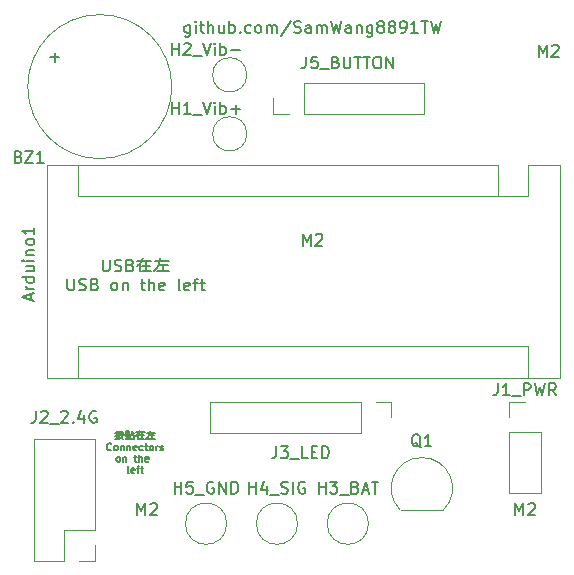
<source format=gbr>
%TF.GenerationSoftware,KiCad,Pcbnew,(6.0.6-0)*%
%TF.CreationDate,2022-07-04T00:10:09+08:00*%
%TF.ProjectId,test,74657374-2e6b-4696-9361-645f70636258,rev?*%
%TF.SameCoordinates,Original*%
%TF.FileFunction,Legend,Top*%
%TF.FilePolarity,Positive*%
%FSLAX46Y46*%
G04 Gerber Fmt 4.6, Leading zero omitted, Abs format (unit mm)*
G04 Created by KiCad (PCBNEW (6.0.6-0)) date 2022-07-04 00:10:09*
%MOMM*%
%LPD*%
G01*
G04 APERTURE LIST*
%ADD10C,0.150000*%
%ADD11C,0.120000*%
G04 APERTURE END LIST*
D10*
X132571428Y-116222428D02*
X133000000Y-116222428D01*
X132285714Y-116308142D02*
X132514285Y-116308142D01*
X132542857Y-116422428D02*
X133028571Y-116422428D01*
X132542857Y-116536714D02*
X133028571Y-116536714D01*
X132314285Y-116822428D02*
X132428571Y-116822428D01*
X132428571Y-116136714D02*
X132428571Y-116822428D01*
X132800000Y-116136714D02*
X132800000Y-116251000D01*
X132914285Y-116251000D02*
X132885714Y-116393857D01*
X132685714Y-116279571D02*
X132714285Y-116422428D01*
X132628571Y-116679571D01*
X133000000Y-116822428D01*
X132514285Y-116508142D02*
X132285714Y-116565285D01*
X132914285Y-116536714D02*
X132857142Y-116679571D01*
X132800000Y-116736714D01*
X132542857Y-116822428D01*
X133714285Y-116336714D02*
X133914285Y-116336714D01*
X133200000Y-116422428D02*
X133485714Y-116422428D01*
X133200000Y-116508142D02*
X133514285Y-116508142D01*
X133285714Y-116622428D02*
X133514285Y-116622428D01*
X133200000Y-116622428D02*
X133457142Y-116622428D01*
X133600000Y-116793857D02*
X133885714Y-116793857D01*
X133200000Y-116165285D02*
X133200000Y-116393857D01*
X133285714Y-116251000D02*
X133285714Y-116336714D01*
X133285714Y-116679571D02*
X133314285Y-116793857D01*
X133342857Y-116165285D02*
X133342857Y-116622428D01*
X133200000Y-116165285D02*
X133485714Y-116165285D01*
X133485714Y-116393857D01*
X133600000Y-116508142D02*
X133600000Y-116822428D01*
X133714285Y-116136714D02*
X133714285Y-116508142D01*
X133600000Y-116508142D02*
X133885714Y-116508142D01*
X133885714Y-116822428D01*
X133485714Y-116679571D02*
X133514285Y-116765285D01*
X133371428Y-116679571D02*
X133428571Y-116793857D01*
X133428571Y-116251000D02*
X133400000Y-116365285D01*
X133200000Y-116708142D02*
X133200000Y-116822428D01*
X134057142Y-116279571D02*
X134800000Y-116279571D01*
X134342857Y-116536714D02*
X134742857Y-116536714D01*
X134314285Y-116822428D02*
X134771428Y-116822428D01*
X134228571Y-116451000D02*
X134228571Y-116822428D01*
X134542857Y-116336714D02*
X134542857Y-116822428D01*
X134371428Y-116136714D02*
X134228571Y-116451000D01*
X134057142Y-116565285D01*
X134971428Y-116308142D02*
X135685714Y-116308142D01*
X135171428Y-116508142D02*
X135628571Y-116508142D01*
X135085714Y-116822428D02*
X135685714Y-116822428D01*
X135400000Y-116508142D02*
X135400000Y-116822428D01*
X135228571Y-116165285D02*
X135171428Y-116479571D01*
X135057142Y-116679571D01*
X134942857Y-116793857D01*
X131985714Y-117731285D02*
X131957142Y-117759857D01*
X131871428Y-117788428D01*
X131814285Y-117788428D01*
X131728571Y-117759857D01*
X131671428Y-117702714D01*
X131642857Y-117645571D01*
X131614285Y-117531285D01*
X131614285Y-117445571D01*
X131642857Y-117331285D01*
X131671428Y-117274142D01*
X131728571Y-117217000D01*
X131814285Y-117188428D01*
X131871428Y-117188428D01*
X131957142Y-117217000D01*
X131985714Y-117245571D01*
X132328571Y-117788428D02*
X132271428Y-117759857D01*
X132242857Y-117731285D01*
X132214285Y-117674142D01*
X132214285Y-117502714D01*
X132242857Y-117445571D01*
X132271428Y-117417000D01*
X132328571Y-117388428D01*
X132414285Y-117388428D01*
X132471428Y-117417000D01*
X132500000Y-117445571D01*
X132528571Y-117502714D01*
X132528571Y-117674142D01*
X132500000Y-117731285D01*
X132471428Y-117759857D01*
X132414285Y-117788428D01*
X132328571Y-117788428D01*
X132785714Y-117388428D02*
X132785714Y-117788428D01*
X132785714Y-117445571D02*
X132814285Y-117417000D01*
X132871428Y-117388428D01*
X132957142Y-117388428D01*
X133014285Y-117417000D01*
X133042857Y-117474142D01*
X133042857Y-117788428D01*
X133328571Y-117388428D02*
X133328571Y-117788428D01*
X133328571Y-117445571D02*
X133357142Y-117417000D01*
X133414285Y-117388428D01*
X133500000Y-117388428D01*
X133557142Y-117417000D01*
X133585714Y-117474142D01*
X133585714Y-117788428D01*
X134100000Y-117759857D02*
X134042857Y-117788428D01*
X133928571Y-117788428D01*
X133871428Y-117759857D01*
X133842857Y-117702714D01*
X133842857Y-117474142D01*
X133871428Y-117417000D01*
X133928571Y-117388428D01*
X134042857Y-117388428D01*
X134100000Y-117417000D01*
X134128571Y-117474142D01*
X134128571Y-117531285D01*
X133842857Y-117588428D01*
X134642857Y-117759857D02*
X134585714Y-117788428D01*
X134471428Y-117788428D01*
X134414285Y-117759857D01*
X134385714Y-117731285D01*
X134357142Y-117674142D01*
X134357142Y-117502714D01*
X134385714Y-117445571D01*
X134414285Y-117417000D01*
X134471428Y-117388428D01*
X134585714Y-117388428D01*
X134642857Y-117417000D01*
X134814285Y-117388428D02*
X135042857Y-117388428D01*
X134900000Y-117188428D02*
X134900000Y-117702714D01*
X134928571Y-117759857D01*
X134985714Y-117788428D01*
X135042857Y-117788428D01*
X135328571Y-117788428D02*
X135271428Y-117759857D01*
X135242857Y-117731285D01*
X135214285Y-117674142D01*
X135214285Y-117502714D01*
X135242857Y-117445571D01*
X135271428Y-117417000D01*
X135328571Y-117388428D01*
X135414285Y-117388428D01*
X135471428Y-117417000D01*
X135500000Y-117445571D01*
X135528571Y-117502714D01*
X135528571Y-117674142D01*
X135500000Y-117731285D01*
X135471428Y-117759857D01*
X135414285Y-117788428D01*
X135328571Y-117788428D01*
X135785714Y-117788428D02*
X135785714Y-117388428D01*
X135785714Y-117502714D02*
X135814285Y-117445571D01*
X135842857Y-117417000D01*
X135900000Y-117388428D01*
X135957142Y-117388428D01*
X136128571Y-117759857D02*
X136185714Y-117788428D01*
X136300000Y-117788428D01*
X136357142Y-117759857D01*
X136385714Y-117702714D01*
X136385714Y-117674142D01*
X136357142Y-117617000D01*
X136300000Y-117588428D01*
X136214285Y-117588428D01*
X136157142Y-117559857D01*
X136128571Y-117502714D01*
X136128571Y-117474142D01*
X136157142Y-117417000D01*
X136214285Y-117388428D01*
X136300000Y-117388428D01*
X136357142Y-117417000D01*
X132528571Y-118754428D02*
X132471428Y-118725857D01*
X132442857Y-118697285D01*
X132414285Y-118640142D01*
X132414285Y-118468714D01*
X132442857Y-118411571D01*
X132471428Y-118383000D01*
X132528571Y-118354428D01*
X132614285Y-118354428D01*
X132671428Y-118383000D01*
X132700000Y-118411571D01*
X132728571Y-118468714D01*
X132728571Y-118640142D01*
X132700000Y-118697285D01*
X132671428Y-118725857D01*
X132614285Y-118754428D01*
X132528571Y-118754428D01*
X132985714Y-118354428D02*
X132985714Y-118754428D01*
X132985714Y-118411571D02*
X133014285Y-118383000D01*
X133071428Y-118354428D01*
X133157142Y-118354428D01*
X133214285Y-118383000D01*
X133242857Y-118440142D01*
X133242857Y-118754428D01*
X133900000Y-118354428D02*
X134128571Y-118354428D01*
X133985714Y-118154428D02*
X133985714Y-118668714D01*
X134014285Y-118725857D01*
X134071428Y-118754428D01*
X134128571Y-118754428D01*
X134328571Y-118754428D02*
X134328571Y-118154428D01*
X134585714Y-118754428D02*
X134585714Y-118440142D01*
X134557142Y-118383000D01*
X134500000Y-118354428D01*
X134414285Y-118354428D01*
X134357142Y-118383000D01*
X134328571Y-118411571D01*
X135100000Y-118725857D02*
X135042857Y-118754428D01*
X134928571Y-118754428D01*
X134871428Y-118725857D01*
X134842857Y-118668714D01*
X134842857Y-118440142D01*
X134871428Y-118383000D01*
X134928571Y-118354428D01*
X135042857Y-118354428D01*
X135100000Y-118383000D01*
X135128571Y-118440142D01*
X135128571Y-118497285D01*
X134842857Y-118554428D01*
X133471428Y-119720428D02*
X133414285Y-119691857D01*
X133385714Y-119634714D01*
X133385714Y-119120428D01*
X133928571Y-119691857D02*
X133871428Y-119720428D01*
X133757142Y-119720428D01*
X133700000Y-119691857D01*
X133671428Y-119634714D01*
X133671428Y-119406142D01*
X133700000Y-119349000D01*
X133757142Y-119320428D01*
X133871428Y-119320428D01*
X133928571Y-119349000D01*
X133957142Y-119406142D01*
X133957142Y-119463285D01*
X133671428Y-119520428D01*
X134128571Y-119320428D02*
X134357142Y-119320428D01*
X134214285Y-119720428D02*
X134214285Y-119206142D01*
X134242857Y-119149000D01*
X134300000Y-119120428D01*
X134357142Y-119120428D01*
X134471428Y-119320428D02*
X134700000Y-119320428D01*
X134557142Y-119120428D02*
X134557142Y-119634714D01*
X134585714Y-119691857D01*
X134642857Y-119720428D01*
X134700000Y-119720428D01*
X131261904Y-101647380D02*
X131261904Y-102456904D01*
X131309523Y-102552142D01*
X131357142Y-102599761D01*
X131452380Y-102647380D01*
X131642857Y-102647380D01*
X131738095Y-102599761D01*
X131785714Y-102552142D01*
X131833333Y-102456904D01*
X131833333Y-101647380D01*
X132261904Y-102599761D02*
X132404761Y-102647380D01*
X132642857Y-102647380D01*
X132738095Y-102599761D01*
X132785714Y-102552142D01*
X132833333Y-102456904D01*
X132833333Y-102361666D01*
X132785714Y-102266428D01*
X132738095Y-102218809D01*
X132642857Y-102171190D01*
X132452380Y-102123571D01*
X132357142Y-102075952D01*
X132309523Y-102028333D01*
X132261904Y-101933095D01*
X132261904Y-101837857D01*
X132309523Y-101742619D01*
X132357142Y-101695000D01*
X132452380Y-101647380D01*
X132690476Y-101647380D01*
X132833333Y-101695000D01*
X133595238Y-102123571D02*
X133738095Y-102171190D01*
X133785714Y-102218809D01*
X133833333Y-102314047D01*
X133833333Y-102456904D01*
X133785714Y-102552142D01*
X133738095Y-102599761D01*
X133642857Y-102647380D01*
X133261904Y-102647380D01*
X133261904Y-101647380D01*
X133595238Y-101647380D01*
X133690476Y-101695000D01*
X133738095Y-101742619D01*
X133785714Y-101837857D01*
X133785714Y-101933095D01*
X133738095Y-102028333D01*
X133690476Y-102075952D01*
X133595238Y-102123571D01*
X133261904Y-102123571D01*
X134119047Y-101742619D02*
X135357142Y-101742619D01*
X134595238Y-102171190D02*
X135261904Y-102171190D01*
X134547619Y-102647380D02*
X135309523Y-102647380D01*
X134404761Y-102028333D02*
X134404761Y-102647380D01*
X134928571Y-101837857D02*
X134928571Y-102647380D01*
X134642857Y-101504523D02*
X134404761Y-102028333D01*
X134119047Y-102218809D01*
X135642857Y-101790238D02*
X136833333Y-101790238D01*
X135976190Y-102123571D02*
X136738095Y-102123571D01*
X135833333Y-102647380D02*
X136833333Y-102647380D01*
X136357142Y-102123571D02*
X136357142Y-102647380D01*
X136071428Y-101552142D02*
X135976190Y-102075952D01*
X135785714Y-102409285D01*
X135595238Y-102599761D01*
X128261904Y-103257380D02*
X128261904Y-104066904D01*
X128309523Y-104162142D01*
X128357142Y-104209761D01*
X128452380Y-104257380D01*
X128642857Y-104257380D01*
X128738095Y-104209761D01*
X128785714Y-104162142D01*
X128833333Y-104066904D01*
X128833333Y-103257380D01*
X129261904Y-104209761D02*
X129404761Y-104257380D01*
X129642857Y-104257380D01*
X129738095Y-104209761D01*
X129785714Y-104162142D01*
X129833333Y-104066904D01*
X129833333Y-103971666D01*
X129785714Y-103876428D01*
X129738095Y-103828809D01*
X129642857Y-103781190D01*
X129452380Y-103733571D01*
X129357142Y-103685952D01*
X129309523Y-103638333D01*
X129261904Y-103543095D01*
X129261904Y-103447857D01*
X129309523Y-103352619D01*
X129357142Y-103305000D01*
X129452380Y-103257380D01*
X129690476Y-103257380D01*
X129833333Y-103305000D01*
X130595238Y-103733571D02*
X130738095Y-103781190D01*
X130785714Y-103828809D01*
X130833333Y-103924047D01*
X130833333Y-104066904D01*
X130785714Y-104162142D01*
X130738095Y-104209761D01*
X130642857Y-104257380D01*
X130261904Y-104257380D01*
X130261904Y-103257380D01*
X130595238Y-103257380D01*
X130690476Y-103305000D01*
X130738095Y-103352619D01*
X130785714Y-103447857D01*
X130785714Y-103543095D01*
X130738095Y-103638333D01*
X130690476Y-103685952D01*
X130595238Y-103733571D01*
X130261904Y-103733571D01*
X132166666Y-104257380D02*
X132071428Y-104209761D01*
X132023809Y-104162142D01*
X131976190Y-104066904D01*
X131976190Y-103781190D01*
X132023809Y-103685952D01*
X132071428Y-103638333D01*
X132166666Y-103590714D01*
X132309523Y-103590714D01*
X132404761Y-103638333D01*
X132452380Y-103685952D01*
X132500000Y-103781190D01*
X132500000Y-104066904D01*
X132452380Y-104162142D01*
X132404761Y-104209761D01*
X132309523Y-104257380D01*
X132166666Y-104257380D01*
X132928571Y-103590714D02*
X132928571Y-104257380D01*
X132928571Y-103685952D02*
X132976190Y-103638333D01*
X133071428Y-103590714D01*
X133214285Y-103590714D01*
X133309523Y-103638333D01*
X133357142Y-103733571D01*
X133357142Y-104257380D01*
X134452380Y-103590714D02*
X134833333Y-103590714D01*
X134595238Y-103257380D02*
X134595238Y-104114523D01*
X134642857Y-104209761D01*
X134738095Y-104257380D01*
X134833333Y-104257380D01*
X135166666Y-104257380D02*
X135166666Y-103257380D01*
X135595238Y-104257380D02*
X135595238Y-103733571D01*
X135547619Y-103638333D01*
X135452380Y-103590714D01*
X135309523Y-103590714D01*
X135214285Y-103638333D01*
X135166666Y-103685952D01*
X136452380Y-104209761D02*
X136357142Y-104257380D01*
X136166666Y-104257380D01*
X136071428Y-104209761D01*
X136023809Y-104114523D01*
X136023809Y-103733571D01*
X136071428Y-103638333D01*
X136166666Y-103590714D01*
X136357142Y-103590714D01*
X136452380Y-103638333D01*
X136500000Y-103733571D01*
X136500000Y-103828809D01*
X136023809Y-103924047D01*
X137833333Y-104257380D02*
X137738095Y-104209761D01*
X137690476Y-104114523D01*
X137690476Y-103257380D01*
X138595238Y-104209761D02*
X138500000Y-104257380D01*
X138309523Y-104257380D01*
X138214285Y-104209761D01*
X138166666Y-104114523D01*
X138166666Y-103733571D01*
X138214285Y-103638333D01*
X138309523Y-103590714D01*
X138500000Y-103590714D01*
X138595238Y-103638333D01*
X138642857Y-103733571D01*
X138642857Y-103828809D01*
X138166666Y-103924047D01*
X138928571Y-103590714D02*
X139309523Y-103590714D01*
X139071428Y-104257380D02*
X139071428Y-103400238D01*
X139119047Y-103305000D01*
X139214285Y-103257380D01*
X139309523Y-103257380D01*
X139500000Y-103590714D02*
X139880952Y-103590714D01*
X139642857Y-103257380D02*
X139642857Y-104114523D01*
X139690476Y-104209761D01*
X139785714Y-104257380D01*
X139880952Y-104257380D01*
X138642857Y-81785714D02*
X138642857Y-82595238D01*
X138595238Y-82690476D01*
X138547619Y-82738095D01*
X138452380Y-82785714D01*
X138309523Y-82785714D01*
X138214285Y-82738095D01*
X138642857Y-82404761D02*
X138547619Y-82452380D01*
X138357142Y-82452380D01*
X138261904Y-82404761D01*
X138214285Y-82357142D01*
X138166666Y-82261904D01*
X138166666Y-81976190D01*
X138214285Y-81880952D01*
X138261904Y-81833333D01*
X138357142Y-81785714D01*
X138547619Y-81785714D01*
X138642857Y-81833333D01*
X139119047Y-82452380D02*
X139119047Y-81785714D01*
X139119047Y-81452380D02*
X139071428Y-81500000D01*
X139119047Y-81547619D01*
X139166666Y-81500000D01*
X139119047Y-81452380D01*
X139119047Y-81547619D01*
X139452380Y-81785714D02*
X139833333Y-81785714D01*
X139595238Y-81452380D02*
X139595238Y-82309523D01*
X139642857Y-82404761D01*
X139738095Y-82452380D01*
X139833333Y-82452380D01*
X140166666Y-82452380D02*
X140166666Y-81452380D01*
X140595238Y-82452380D02*
X140595238Y-81928571D01*
X140547619Y-81833333D01*
X140452380Y-81785714D01*
X140309523Y-81785714D01*
X140214285Y-81833333D01*
X140166666Y-81880952D01*
X141500000Y-81785714D02*
X141500000Y-82452380D01*
X141071428Y-81785714D02*
X141071428Y-82309523D01*
X141119047Y-82404761D01*
X141214285Y-82452380D01*
X141357142Y-82452380D01*
X141452380Y-82404761D01*
X141500000Y-82357142D01*
X141976190Y-82452380D02*
X141976190Y-81452380D01*
X141976190Y-81833333D02*
X142071428Y-81785714D01*
X142261904Y-81785714D01*
X142357142Y-81833333D01*
X142404761Y-81880952D01*
X142452380Y-81976190D01*
X142452380Y-82261904D01*
X142404761Y-82357142D01*
X142357142Y-82404761D01*
X142261904Y-82452380D01*
X142071428Y-82452380D01*
X141976190Y-82404761D01*
X142880952Y-82357142D02*
X142928571Y-82404761D01*
X142880952Y-82452380D01*
X142833333Y-82404761D01*
X142880952Y-82357142D01*
X142880952Y-82452380D01*
X143785714Y-82404761D02*
X143690476Y-82452380D01*
X143500000Y-82452380D01*
X143404761Y-82404761D01*
X143357142Y-82357142D01*
X143309523Y-82261904D01*
X143309523Y-81976190D01*
X143357142Y-81880952D01*
X143404761Y-81833333D01*
X143500000Y-81785714D01*
X143690476Y-81785714D01*
X143785714Y-81833333D01*
X144357142Y-82452380D02*
X144261904Y-82404761D01*
X144214285Y-82357142D01*
X144166666Y-82261904D01*
X144166666Y-81976190D01*
X144214285Y-81880952D01*
X144261904Y-81833333D01*
X144357142Y-81785714D01*
X144500000Y-81785714D01*
X144595238Y-81833333D01*
X144642857Y-81880952D01*
X144690476Y-81976190D01*
X144690476Y-82261904D01*
X144642857Y-82357142D01*
X144595238Y-82404761D01*
X144500000Y-82452380D01*
X144357142Y-82452380D01*
X145119047Y-82452380D02*
X145119047Y-81785714D01*
X145119047Y-81880952D02*
X145166666Y-81833333D01*
X145261904Y-81785714D01*
X145404761Y-81785714D01*
X145500000Y-81833333D01*
X145547619Y-81928571D01*
X145547619Y-82452380D01*
X145547619Y-81928571D02*
X145595238Y-81833333D01*
X145690476Y-81785714D01*
X145833333Y-81785714D01*
X145928571Y-81833333D01*
X145976190Y-81928571D01*
X145976190Y-82452380D01*
X147166666Y-81404761D02*
X146309523Y-82690476D01*
X147452380Y-82404761D02*
X147595238Y-82452380D01*
X147833333Y-82452380D01*
X147928571Y-82404761D01*
X147976190Y-82357142D01*
X148023809Y-82261904D01*
X148023809Y-82166666D01*
X147976190Y-82071428D01*
X147928571Y-82023809D01*
X147833333Y-81976190D01*
X147642857Y-81928571D01*
X147547619Y-81880952D01*
X147500000Y-81833333D01*
X147452380Y-81738095D01*
X147452380Y-81642857D01*
X147500000Y-81547619D01*
X147547619Y-81500000D01*
X147642857Y-81452380D01*
X147880952Y-81452380D01*
X148023809Y-81500000D01*
X148880952Y-82452380D02*
X148880952Y-81928571D01*
X148833333Y-81833333D01*
X148738095Y-81785714D01*
X148547619Y-81785714D01*
X148452380Y-81833333D01*
X148880952Y-82404761D02*
X148785714Y-82452380D01*
X148547619Y-82452380D01*
X148452380Y-82404761D01*
X148404761Y-82309523D01*
X148404761Y-82214285D01*
X148452380Y-82119047D01*
X148547619Y-82071428D01*
X148785714Y-82071428D01*
X148880952Y-82023809D01*
X149357142Y-82452380D02*
X149357142Y-81785714D01*
X149357142Y-81880952D02*
X149404761Y-81833333D01*
X149500000Y-81785714D01*
X149642857Y-81785714D01*
X149738095Y-81833333D01*
X149785714Y-81928571D01*
X149785714Y-82452380D01*
X149785714Y-81928571D02*
X149833333Y-81833333D01*
X149928571Y-81785714D01*
X150071428Y-81785714D01*
X150166666Y-81833333D01*
X150214285Y-81928571D01*
X150214285Y-82452380D01*
X150595238Y-81452380D02*
X150833333Y-82452380D01*
X151023809Y-81738095D01*
X151214285Y-82452380D01*
X151452380Y-81452380D01*
X152261904Y-82452380D02*
X152261904Y-81928571D01*
X152214285Y-81833333D01*
X152119047Y-81785714D01*
X151928571Y-81785714D01*
X151833333Y-81833333D01*
X152261904Y-82404761D02*
X152166666Y-82452380D01*
X151928571Y-82452380D01*
X151833333Y-82404761D01*
X151785714Y-82309523D01*
X151785714Y-82214285D01*
X151833333Y-82119047D01*
X151928571Y-82071428D01*
X152166666Y-82071428D01*
X152261904Y-82023809D01*
X152738095Y-81785714D02*
X152738095Y-82452380D01*
X152738095Y-81880952D02*
X152785714Y-81833333D01*
X152880952Y-81785714D01*
X153023809Y-81785714D01*
X153119047Y-81833333D01*
X153166666Y-81928571D01*
X153166666Y-82452380D01*
X154071428Y-81785714D02*
X154071428Y-82595238D01*
X154023809Y-82690476D01*
X153976190Y-82738095D01*
X153880952Y-82785714D01*
X153738095Y-82785714D01*
X153642857Y-82738095D01*
X154071428Y-82404761D02*
X153976190Y-82452380D01*
X153785714Y-82452380D01*
X153690476Y-82404761D01*
X153642857Y-82357142D01*
X153595238Y-82261904D01*
X153595238Y-81976190D01*
X153642857Y-81880952D01*
X153690476Y-81833333D01*
X153785714Y-81785714D01*
X153976190Y-81785714D01*
X154071428Y-81833333D01*
X154690476Y-81880952D02*
X154595238Y-81833333D01*
X154547619Y-81785714D01*
X154500000Y-81690476D01*
X154500000Y-81642857D01*
X154547619Y-81547619D01*
X154595238Y-81500000D01*
X154690476Y-81452380D01*
X154880952Y-81452380D01*
X154976190Y-81500000D01*
X155023809Y-81547619D01*
X155071428Y-81642857D01*
X155071428Y-81690476D01*
X155023809Y-81785714D01*
X154976190Y-81833333D01*
X154880952Y-81880952D01*
X154690476Y-81880952D01*
X154595238Y-81928571D01*
X154547619Y-81976190D01*
X154500000Y-82071428D01*
X154500000Y-82261904D01*
X154547619Y-82357142D01*
X154595238Y-82404761D01*
X154690476Y-82452380D01*
X154880952Y-82452380D01*
X154976190Y-82404761D01*
X155023809Y-82357142D01*
X155071428Y-82261904D01*
X155071428Y-82071428D01*
X155023809Y-81976190D01*
X154976190Y-81928571D01*
X154880952Y-81880952D01*
X155642857Y-81880952D02*
X155547619Y-81833333D01*
X155500000Y-81785714D01*
X155452380Y-81690476D01*
X155452380Y-81642857D01*
X155500000Y-81547619D01*
X155547619Y-81500000D01*
X155642857Y-81452380D01*
X155833333Y-81452380D01*
X155928571Y-81500000D01*
X155976190Y-81547619D01*
X156023809Y-81642857D01*
X156023809Y-81690476D01*
X155976190Y-81785714D01*
X155928571Y-81833333D01*
X155833333Y-81880952D01*
X155642857Y-81880952D01*
X155547619Y-81928571D01*
X155500000Y-81976190D01*
X155452380Y-82071428D01*
X155452380Y-82261904D01*
X155500000Y-82357142D01*
X155547619Y-82404761D01*
X155642857Y-82452380D01*
X155833333Y-82452380D01*
X155928571Y-82404761D01*
X155976190Y-82357142D01*
X156023809Y-82261904D01*
X156023809Y-82071428D01*
X155976190Y-81976190D01*
X155928571Y-81928571D01*
X155833333Y-81880952D01*
X156500000Y-82452380D02*
X156690476Y-82452380D01*
X156785714Y-82404761D01*
X156833333Y-82357142D01*
X156928571Y-82214285D01*
X156976190Y-82023809D01*
X156976190Y-81642857D01*
X156928571Y-81547619D01*
X156880952Y-81500000D01*
X156785714Y-81452380D01*
X156595238Y-81452380D01*
X156500000Y-81500000D01*
X156452380Y-81547619D01*
X156404761Y-81642857D01*
X156404761Y-81880952D01*
X156452380Y-81976190D01*
X156500000Y-82023809D01*
X156595238Y-82071428D01*
X156785714Y-82071428D01*
X156880952Y-82023809D01*
X156928571Y-81976190D01*
X156976190Y-81880952D01*
X157928571Y-82452380D02*
X157357142Y-82452380D01*
X157642857Y-82452380D02*
X157642857Y-81452380D01*
X157547619Y-81595238D01*
X157452380Y-81690476D01*
X157357142Y-81738095D01*
X158214285Y-81452380D02*
X158785714Y-81452380D01*
X158500000Y-82452380D02*
X158500000Y-81452380D01*
X159023809Y-81452380D02*
X159261904Y-82452380D01*
X159452380Y-81738095D01*
X159642857Y-82452380D01*
X159880952Y-81452380D01*
%TO.C,H1_Vib+*%
X137119047Y-89304380D02*
X137119047Y-88304380D01*
X137119047Y-88780571D02*
X137690476Y-88780571D01*
X137690476Y-89304380D02*
X137690476Y-88304380D01*
X138690476Y-89304380D02*
X138119047Y-89304380D01*
X138404761Y-89304380D02*
X138404761Y-88304380D01*
X138309523Y-88447238D01*
X138214285Y-88542476D01*
X138119047Y-88590095D01*
X138880952Y-89399619D02*
X139642857Y-89399619D01*
X139738095Y-88304380D02*
X140071428Y-89304380D01*
X140404761Y-88304380D01*
X140738095Y-89304380D02*
X140738095Y-88637714D01*
X140738095Y-88304380D02*
X140690476Y-88352000D01*
X140738095Y-88399619D01*
X140785714Y-88352000D01*
X140738095Y-88304380D01*
X140738095Y-88399619D01*
X141214285Y-89304380D02*
X141214285Y-88304380D01*
X141214285Y-88685333D02*
X141309523Y-88637714D01*
X141500000Y-88637714D01*
X141595238Y-88685333D01*
X141642857Y-88732952D01*
X141690476Y-88828190D01*
X141690476Y-89113904D01*
X141642857Y-89209142D01*
X141595238Y-89256761D01*
X141500000Y-89304380D01*
X141309523Y-89304380D01*
X141214285Y-89256761D01*
X142119047Y-88923428D02*
X142880952Y-88923428D01*
X142500000Y-89304380D02*
X142500000Y-88542476D01*
%TO.C,M2*%
X168190476Y-84452380D02*
X168190476Y-83452380D01*
X168523809Y-84166666D01*
X168857142Y-83452380D01*
X168857142Y-84452380D01*
X169285714Y-83547619D02*
X169333333Y-83500000D01*
X169428571Y-83452380D01*
X169666666Y-83452380D01*
X169761904Y-83500000D01*
X169809523Y-83547619D01*
X169857142Y-83642857D01*
X169857142Y-83738095D01*
X169809523Y-83880952D01*
X169238095Y-84452380D01*
X169857142Y-84452380D01*
%TO.C,Q1*%
X158174761Y-117547619D02*
X158079523Y-117500000D01*
X157984285Y-117404761D01*
X157841428Y-117261904D01*
X157746190Y-117214285D01*
X157650952Y-117214285D01*
X157698571Y-117452380D02*
X157603333Y-117404761D01*
X157508095Y-117309523D01*
X157460476Y-117119047D01*
X157460476Y-116785714D01*
X157508095Y-116595238D01*
X157603333Y-116500000D01*
X157698571Y-116452380D01*
X157889047Y-116452380D01*
X157984285Y-116500000D01*
X158079523Y-116595238D01*
X158127142Y-116785714D01*
X158127142Y-117119047D01*
X158079523Y-117309523D01*
X157984285Y-117404761D01*
X157889047Y-117452380D01*
X157698571Y-117452380D01*
X159079523Y-117452380D02*
X158508095Y-117452380D01*
X158793809Y-117452380D02*
X158793809Y-116452380D01*
X158698571Y-116595238D01*
X158603333Y-116690476D01*
X158508095Y-116738095D01*
%TO.C,J1_PWR*%
X164714285Y-112122380D02*
X164714285Y-112836666D01*
X164666666Y-112979523D01*
X164571428Y-113074761D01*
X164428571Y-113122380D01*
X164333333Y-113122380D01*
X165714285Y-113122380D02*
X165142857Y-113122380D01*
X165428571Y-113122380D02*
X165428571Y-112122380D01*
X165333333Y-112265238D01*
X165238095Y-112360476D01*
X165142857Y-112408095D01*
X165904761Y-113217619D02*
X166666666Y-113217619D01*
X166904761Y-113122380D02*
X166904761Y-112122380D01*
X167285714Y-112122380D01*
X167380952Y-112170000D01*
X167428571Y-112217619D01*
X167476190Y-112312857D01*
X167476190Y-112455714D01*
X167428571Y-112550952D01*
X167380952Y-112598571D01*
X167285714Y-112646190D01*
X166904761Y-112646190D01*
X167809523Y-112122380D02*
X168047619Y-113122380D01*
X168238095Y-112408095D01*
X168428571Y-113122380D01*
X168666666Y-112122380D01*
X169619047Y-113122380D02*
X169285714Y-112646190D01*
X169047619Y-113122380D02*
X169047619Y-112122380D01*
X169428571Y-112122380D01*
X169523809Y-112170000D01*
X169571428Y-112217619D01*
X169619047Y-112312857D01*
X169619047Y-112455714D01*
X169571428Y-112550952D01*
X169523809Y-112598571D01*
X169428571Y-112646190D01*
X169047619Y-112646190D01*
%TO.C,J2_2.4G*%
X125600238Y-114452380D02*
X125600238Y-115166666D01*
X125552619Y-115309523D01*
X125457380Y-115404761D01*
X125314523Y-115452380D01*
X125219285Y-115452380D01*
X126028809Y-114547619D02*
X126076428Y-114500000D01*
X126171666Y-114452380D01*
X126409761Y-114452380D01*
X126505000Y-114500000D01*
X126552619Y-114547619D01*
X126600238Y-114642857D01*
X126600238Y-114738095D01*
X126552619Y-114880952D01*
X125981190Y-115452380D01*
X126600238Y-115452380D01*
X126790714Y-115547619D02*
X127552619Y-115547619D01*
X127743095Y-114547619D02*
X127790714Y-114500000D01*
X127885952Y-114452380D01*
X128124047Y-114452380D01*
X128219285Y-114500000D01*
X128266904Y-114547619D01*
X128314523Y-114642857D01*
X128314523Y-114738095D01*
X128266904Y-114880952D01*
X127695476Y-115452380D01*
X128314523Y-115452380D01*
X128743095Y-115357142D02*
X128790714Y-115404761D01*
X128743095Y-115452380D01*
X128695476Y-115404761D01*
X128743095Y-115357142D01*
X128743095Y-115452380D01*
X129647857Y-114785714D02*
X129647857Y-115452380D01*
X129409761Y-114404761D02*
X129171666Y-115119047D01*
X129790714Y-115119047D01*
X130695476Y-114500000D02*
X130600238Y-114452380D01*
X130457380Y-114452380D01*
X130314523Y-114500000D01*
X130219285Y-114595238D01*
X130171666Y-114690476D01*
X130124047Y-114880952D01*
X130124047Y-115023809D01*
X130171666Y-115214285D01*
X130219285Y-115309523D01*
X130314523Y-115404761D01*
X130457380Y-115452380D01*
X130552619Y-115452380D01*
X130695476Y-115404761D01*
X130743095Y-115357142D01*
X130743095Y-115023809D01*
X130552619Y-115023809D01*
%TO.C,Arduino1*%
X125166666Y-105071428D02*
X125166666Y-104595238D01*
X125452380Y-105166666D02*
X124452380Y-104833333D01*
X125452380Y-104500000D01*
X125452380Y-104166666D02*
X124785714Y-104166666D01*
X124976190Y-104166666D02*
X124880952Y-104119047D01*
X124833333Y-104071428D01*
X124785714Y-103976190D01*
X124785714Y-103880952D01*
X125452380Y-103119047D02*
X124452380Y-103119047D01*
X125404761Y-103119047D02*
X125452380Y-103214285D01*
X125452380Y-103404761D01*
X125404761Y-103500000D01*
X125357142Y-103547619D01*
X125261904Y-103595238D01*
X124976190Y-103595238D01*
X124880952Y-103547619D01*
X124833333Y-103500000D01*
X124785714Y-103404761D01*
X124785714Y-103214285D01*
X124833333Y-103119047D01*
X124785714Y-102214285D02*
X125452380Y-102214285D01*
X124785714Y-102642857D02*
X125309523Y-102642857D01*
X125404761Y-102595238D01*
X125452380Y-102500000D01*
X125452380Y-102357142D01*
X125404761Y-102261904D01*
X125357142Y-102214285D01*
X125452380Y-101738095D02*
X124785714Y-101738095D01*
X124452380Y-101738095D02*
X124500000Y-101785714D01*
X124547619Y-101738095D01*
X124500000Y-101690476D01*
X124452380Y-101738095D01*
X124547619Y-101738095D01*
X124785714Y-101261904D02*
X125452380Y-101261904D01*
X124880952Y-101261904D02*
X124833333Y-101214285D01*
X124785714Y-101119047D01*
X124785714Y-100976190D01*
X124833333Y-100880952D01*
X124928571Y-100833333D01*
X125452380Y-100833333D01*
X125452380Y-100214285D02*
X125404761Y-100309523D01*
X125357142Y-100357142D01*
X125261904Y-100404761D01*
X124976190Y-100404761D01*
X124880952Y-100357142D01*
X124833333Y-100309523D01*
X124785714Y-100214285D01*
X124785714Y-100071428D01*
X124833333Y-99976190D01*
X124880952Y-99928571D01*
X124976190Y-99880952D01*
X125261904Y-99880952D01*
X125357142Y-99928571D01*
X125404761Y-99976190D01*
X125452380Y-100071428D01*
X125452380Y-100214285D01*
X125452380Y-98928571D02*
X125452380Y-99500000D01*
X125452380Y-99214285D02*
X124452380Y-99214285D01*
X124595238Y-99309523D01*
X124690476Y-99404761D01*
X124738095Y-99500000D01*
%TO.C,BZ1*%
X124119047Y-92928571D02*
X124261904Y-92976190D01*
X124309523Y-93023809D01*
X124357142Y-93119047D01*
X124357142Y-93261904D01*
X124309523Y-93357142D01*
X124261904Y-93404761D01*
X124166666Y-93452380D01*
X123785714Y-93452380D01*
X123785714Y-92452380D01*
X124119047Y-92452380D01*
X124214285Y-92500000D01*
X124261904Y-92547619D01*
X124309523Y-92642857D01*
X124309523Y-92738095D01*
X124261904Y-92833333D01*
X124214285Y-92880952D01*
X124119047Y-92928571D01*
X123785714Y-92928571D01*
X124690476Y-92452380D02*
X125357142Y-92452380D01*
X124690476Y-93452380D01*
X125357142Y-93452380D01*
X126261904Y-93452380D02*
X125690476Y-93452380D01*
X125976190Y-93452380D02*
X125976190Y-92452380D01*
X125880952Y-92595238D01*
X125785714Y-92690476D01*
X125690476Y-92738095D01*
X126809047Y-84531428D02*
X127570952Y-84531428D01*
X127190000Y-84912380D02*
X127190000Y-84150476D01*
%TO.C,M2*%
X166190476Y-123252380D02*
X166190476Y-122252380D01*
X166523809Y-122966666D01*
X166857142Y-122252380D01*
X166857142Y-123252380D01*
X167285714Y-122347619D02*
X167333333Y-122300000D01*
X167428571Y-122252380D01*
X167666666Y-122252380D01*
X167761904Y-122300000D01*
X167809523Y-122347619D01*
X167857142Y-122442857D01*
X167857142Y-122538095D01*
X167809523Y-122680952D01*
X167238095Y-123252380D01*
X167857142Y-123252380D01*
%TO.C,H4_SIG*%
X143642857Y-121452380D02*
X143642857Y-120452380D01*
X143642857Y-120928571D02*
X144214285Y-120928571D01*
X144214285Y-121452380D02*
X144214285Y-120452380D01*
X145119047Y-120785714D02*
X145119047Y-121452380D01*
X144880952Y-120404761D02*
X144642857Y-121119047D01*
X145261904Y-121119047D01*
X145404761Y-121547619D02*
X146166666Y-121547619D01*
X146357142Y-121404761D02*
X146500000Y-121452380D01*
X146738095Y-121452380D01*
X146833333Y-121404761D01*
X146880952Y-121357142D01*
X146928571Y-121261904D01*
X146928571Y-121166666D01*
X146880952Y-121071428D01*
X146833333Y-121023809D01*
X146738095Y-120976190D01*
X146547619Y-120928571D01*
X146452380Y-120880952D01*
X146404761Y-120833333D01*
X146357142Y-120738095D01*
X146357142Y-120642857D01*
X146404761Y-120547619D01*
X146452380Y-120500000D01*
X146547619Y-120452380D01*
X146785714Y-120452380D01*
X146928571Y-120500000D01*
X147357142Y-121452380D02*
X147357142Y-120452380D01*
X148357142Y-120500000D02*
X148261904Y-120452380D01*
X148119047Y-120452380D01*
X147976190Y-120500000D01*
X147880952Y-120595238D01*
X147833333Y-120690476D01*
X147785714Y-120880952D01*
X147785714Y-121023809D01*
X147833333Y-121214285D01*
X147880952Y-121309523D01*
X147976190Y-121404761D01*
X148119047Y-121452380D01*
X148214285Y-121452380D01*
X148357142Y-121404761D01*
X148404761Y-121357142D01*
X148404761Y-121023809D01*
X148214285Y-121023809D01*
%TO.C,J3_LED*%
X145928571Y-117452380D02*
X145928571Y-118166666D01*
X145880952Y-118309523D01*
X145785714Y-118404761D01*
X145642857Y-118452380D01*
X145547619Y-118452380D01*
X146309523Y-117452380D02*
X146928571Y-117452380D01*
X146595238Y-117833333D01*
X146738095Y-117833333D01*
X146833333Y-117880952D01*
X146880952Y-117928571D01*
X146928571Y-118023809D01*
X146928571Y-118261904D01*
X146880952Y-118357142D01*
X146833333Y-118404761D01*
X146738095Y-118452380D01*
X146452380Y-118452380D01*
X146357142Y-118404761D01*
X146309523Y-118357142D01*
X147119047Y-118547619D02*
X147880952Y-118547619D01*
X148595238Y-118452380D02*
X148119047Y-118452380D01*
X148119047Y-117452380D01*
X148928571Y-117928571D02*
X149261904Y-117928571D01*
X149404761Y-118452380D02*
X148928571Y-118452380D01*
X148928571Y-117452380D01*
X149404761Y-117452380D01*
X149833333Y-118452380D02*
X149833333Y-117452380D01*
X150071428Y-117452380D01*
X150214285Y-117500000D01*
X150309523Y-117595238D01*
X150357142Y-117690476D01*
X150404761Y-117880952D01*
X150404761Y-118023809D01*
X150357142Y-118214285D01*
X150309523Y-118309523D01*
X150214285Y-118404761D01*
X150071428Y-118452380D01*
X149833333Y-118452380D01*
%TO.C,H3_BAT*%
X149547619Y-121452380D02*
X149547619Y-120452380D01*
X149547619Y-120928571D02*
X150119047Y-120928571D01*
X150119047Y-121452380D02*
X150119047Y-120452380D01*
X150500000Y-120452380D02*
X151119047Y-120452380D01*
X150785714Y-120833333D01*
X150928571Y-120833333D01*
X151023809Y-120880952D01*
X151071428Y-120928571D01*
X151119047Y-121023809D01*
X151119047Y-121261904D01*
X151071428Y-121357142D01*
X151023809Y-121404761D01*
X150928571Y-121452380D01*
X150642857Y-121452380D01*
X150547619Y-121404761D01*
X150500000Y-121357142D01*
X151309523Y-121547619D02*
X152071428Y-121547619D01*
X152642857Y-120928571D02*
X152785714Y-120976190D01*
X152833333Y-121023809D01*
X152880952Y-121119047D01*
X152880952Y-121261904D01*
X152833333Y-121357142D01*
X152785714Y-121404761D01*
X152690476Y-121452380D01*
X152309523Y-121452380D01*
X152309523Y-120452380D01*
X152642857Y-120452380D01*
X152738095Y-120500000D01*
X152785714Y-120547619D01*
X152833333Y-120642857D01*
X152833333Y-120738095D01*
X152785714Y-120833333D01*
X152738095Y-120880952D01*
X152642857Y-120928571D01*
X152309523Y-120928571D01*
X153261904Y-121166666D02*
X153738095Y-121166666D01*
X153166666Y-121452380D02*
X153500000Y-120452380D01*
X153833333Y-121452380D01*
X154023809Y-120452380D02*
X154595238Y-120452380D01*
X154309523Y-121452380D02*
X154309523Y-120452380D01*
%TO.C,M2*%
X134190476Y-123252380D02*
X134190476Y-122252380D01*
X134523809Y-122966666D01*
X134857142Y-122252380D01*
X134857142Y-123252380D01*
X135285714Y-122347619D02*
X135333333Y-122300000D01*
X135428571Y-122252380D01*
X135666666Y-122252380D01*
X135761904Y-122300000D01*
X135809523Y-122347619D01*
X135857142Y-122442857D01*
X135857142Y-122538095D01*
X135809523Y-122680952D01*
X135238095Y-123252380D01*
X135857142Y-123252380D01*
%TO.C,H2_Vib-*%
X137119047Y-84304380D02*
X137119047Y-83304380D01*
X137119047Y-83780571D02*
X137690476Y-83780571D01*
X137690476Y-84304380D02*
X137690476Y-83304380D01*
X138119047Y-83399619D02*
X138166666Y-83352000D01*
X138261904Y-83304380D01*
X138500000Y-83304380D01*
X138595238Y-83352000D01*
X138642857Y-83399619D01*
X138690476Y-83494857D01*
X138690476Y-83590095D01*
X138642857Y-83732952D01*
X138071428Y-84304380D01*
X138690476Y-84304380D01*
X138880952Y-84399619D02*
X139642857Y-84399619D01*
X139738095Y-83304380D02*
X140071428Y-84304380D01*
X140404761Y-83304380D01*
X140738095Y-84304380D02*
X140738095Y-83637714D01*
X140738095Y-83304380D02*
X140690476Y-83352000D01*
X140738095Y-83399619D01*
X140785714Y-83352000D01*
X140738095Y-83304380D01*
X140738095Y-83399619D01*
X141214285Y-84304380D02*
X141214285Y-83304380D01*
X141214285Y-83685333D02*
X141309523Y-83637714D01*
X141500000Y-83637714D01*
X141595238Y-83685333D01*
X141642857Y-83732952D01*
X141690476Y-83828190D01*
X141690476Y-84113904D01*
X141642857Y-84209142D01*
X141595238Y-84256761D01*
X141500000Y-84304380D01*
X141309523Y-84304380D01*
X141214285Y-84256761D01*
X142119047Y-83923428D02*
X142880952Y-83923428D01*
%TO.C,J5_BUTTON*%
X148452380Y-84452380D02*
X148452380Y-85166666D01*
X148404761Y-85309523D01*
X148309523Y-85404761D01*
X148166666Y-85452380D01*
X148071428Y-85452380D01*
X149404761Y-84452380D02*
X148928571Y-84452380D01*
X148880952Y-84928571D01*
X148928571Y-84880952D01*
X149023809Y-84833333D01*
X149261904Y-84833333D01*
X149357142Y-84880952D01*
X149404761Y-84928571D01*
X149452380Y-85023809D01*
X149452380Y-85261904D01*
X149404761Y-85357142D01*
X149357142Y-85404761D01*
X149261904Y-85452380D01*
X149023809Y-85452380D01*
X148928571Y-85404761D01*
X148880952Y-85357142D01*
X149642857Y-85547619D02*
X150404761Y-85547619D01*
X150976190Y-84928571D02*
X151119047Y-84976190D01*
X151166666Y-85023809D01*
X151214285Y-85119047D01*
X151214285Y-85261904D01*
X151166666Y-85357142D01*
X151119047Y-85404761D01*
X151023809Y-85452380D01*
X150642857Y-85452380D01*
X150642857Y-84452380D01*
X150976190Y-84452380D01*
X151071428Y-84500000D01*
X151119047Y-84547619D01*
X151166666Y-84642857D01*
X151166666Y-84738095D01*
X151119047Y-84833333D01*
X151071428Y-84880952D01*
X150976190Y-84928571D01*
X150642857Y-84928571D01*
X151642857Y-84452380D02*
X151642857Y-85261904D01*
X151690476Y-85357142D01*
X151738095Y-85404761D01*
X151833333Y-85452380D01*
X152023809Y-85452380D01*
X152119047Y-85404761D01*
X152166666Y-85357142D01*
X152214285Y-85261904D01*
X152214285Y-84452380D01*
X152547619Y-84452380D02*
X153119047Y-84452380D01*
X152833333Y-85452380D02*
X152833333Y-84452380D01*
X153309523Y-84452380D02*
X153880952Y-84452380D01*
X153595238Y-85452380D02*
X153595238Y-84452380D01*
X154404761Y-84452380D02*
X154595238Y-84452380D01*
X154690476Y-84500000D01*
X154785714Y-84595238D01*
X154833333Y-84785714D01*
X154833333Y-85119047D01*
X154785714Y-85309523D01*
X154690476Y-85404761D01*
X154595238Y-85452380D01*
X154404761Y-85452380D01*
X154309523Y-85404761D01*
X154214285Y-85309523D01*
X154166666Y-85119047D01*
X154166666Y-84785714D01*
X154214285Y-84595238D01*
X154309523Y-84500000D01*
X154404761Y-84452380D01*
X155261904Y-85452380D02*
X155261904Y-84452380D01*
X155833333Y-85452380D01*
X155833333Y-84452380D01*
%TO.C,H5_GND*%
X137333333Y-121452380D02*
X137333333Y-120452380D01*
X137333333Y-120928571D02*
X137904761Y-120928571D01*
X137904761Y-121452380D02*
X137904761Y-120452380D01*
X138857142Y-120452380D02*
X138380952Y-120452380D01*
X138333333Y-120928571D01*
X138380952Y-120880952D01*
X138476190Y-120833333D01*
X138714285Y-120833333D01*
X138809523Y-120880952D01*
X138857142Y-120928571D01*
X138904761Y-121023809D01*
X138904761Y-121261904D01*
X138857142Y-121357142D01*
X138809523Y-121404761D01*
X138714285Y-121452380D01*
X138476190Y-121452380D01*
X138380952Y-121404761D01*
X138333333Y-121357142D01*
X139095238Y-121547619D02*
X139857142Y-121547619D01*
X140619047Y-120500000D02*
X140523809Y-120452380D01*
X140380952Y-120452380D01*
X140238095Y-120500000D01*
X140142857Y-120595238D01*
X140095238Y-120690476D01*
X140047619Y-120880952D01*
X140047619Y-121023809D01*
X140095238Y-121214285D01*
X140142857Y-121309523D01*
X140238095Y-121404761D01*
X140380952Y-121452380D01*
X140476190Y-121452380D01*
X140619047Y-121404761D01*
X140666666Y-121357142D01*
X140666666Y-121023809D01*
X140476190Y-121023809D01*
X141095238Y-121452380D02*
X141095238Y-120452380D01*
X141666666Y-121452380D01*
X141666666Y-120452380D01*
X142142857Y-121452380D02*
X142142857Y-120452380D01*
X142380952Y-120452380D01*
X142523809Y-120500000D01*
X142619047Y-120595238D01*
X142666666Y-120690476D01*
X142714285Y-120880952D01*
X142714285Y-121023809D01*
X142666666Y-121214285D01*
X142619047Y-121309523D01*
X142523809Y-121404761D01*
X142380952Y-121452380D01*
X142142857Y-121452380D01*
%TO.C,M2*%
X148190476Y-100452380D02*
X148190476Y-99452380D01*
X148523809Y-100166666D01*
X148857142Y-99452380D01*
X148857142Y-100452380D01*
X149285714Y-99547619D02*
X149333333Y-99500000D01*
X149428571Y-99452380D01*
X149666666Y-99452380D01*
X149761904Y-99500000D01*
X149809523Y-99547619D01*
X149857142Y-99642857D01*
X149857142Y-99738095D01*
X149809523Y-99880952D01*
X149238095Y-100452380D01*
X149857142Y-100452380D01*
D11*
%TO.C,H1_Vib+*%
X143450000Y-91000000D02*
G75*
G03*
X143450000Y-91000000I-1450000J0D01*
G01*
%TO.C,Q1*%
X156470000Y-122850000D02*
X160070000Y-122850000D01*
X158270000Y-118399999D02*
G75*
G03*
X156431522Y-122838478I0J-2600001D01*
G01*
X160108478Y-122838478D02*
G75*
G03*
X158270000Y-118400000I-1838478J1838478D01*
G01*
%TO.C,J1_PWR*%
X165670000Y-116270000D02*
X165670000Y-121410000D01*
X165670000Y-113670000D02*
X167000000Y-113670000D01*
X165670000Y-121410000D02*
X168330000Y-121410000D01*
X168330000Y-116270000D02*
X168330000Y-121410000D01*
X165670000Y-115000000D02*
X165670000Y-113670000D01*
X165670000Y-116270000D02*
X168330000Y-116270000D01*
%TO.C,J2_2.4G*%
X128005000Y-127130000D02*
X125405000Y-127130000D01*
X130605000Y-116850000D02*
X125405000Y-116850000D01*
X130605000Y-124530000D02*
X130605000Y-116850000D01*
X128005000Y-124530000D02*
X128005000Y-127130000D01*
X130605000Y-125800000D02*
X130605000Y-127130000D01*
X130605000Y-124530000D02*
X128005000Y-124530000D01*
X125405000Y-127130000D02*
X125405000Y-116850000D01*
X130605000Y-127130000D02*
X129275000Y-127130000D01*
%TO.C,Arduino1*%
X167270000Y-108970000D02*
X167270000Y-111640000D01*
X167270000Y-96270000D02*
X167270000Y-93600000D01*
X164730000Y-96270000D02*
X129170000Y-96270000D01*
X164730000Y-96270000D02*
X167270000Y-96270000D01*
X126500000Y-111640000D02*
X169940000Y-111640000D01*
X169940000Y-93600000D02*
X167270000Y-93600000D01*
X164730000Y-93600000D02*
X126500000Y-93600000D01*
X126500000Y-93600000D02*
X126500000Y-111640000D01*
X164730000Y-96270000D02*
X164730000Y-93600000D01*
X129170000Y-108970000D02*
X129170000Y-111640000D01*
X167270000Y-108970000D02*
X129170000Y-108970000D01*
X169940000Y-111640000D02*
X169940000Y-93600000D01*
X129170000Y-96270000D02*
X129170000Y-93600000D01*
%TO.C,BZ1*%
X137100000Y-87000000D02*
G75*
G03*
X137100000Y-87000000I-6100000J0D01*
G01*
%TO.C,H4_SIG*%
X147750000Y-124000000D02*
G75*
G03*
X147750000Y-124000000I-1750000J0D01*
G01*
%TO.C,J3_LED*%
X154350000Y-113670000D02*
X155680000Y-113670000D01*
X153080000Y-116330000D02*
X140320000Y-116330000D01*
X140320000Y-113670000D02*
X140320000Y-116330000D01*
X155680000Y-113670000D02*
X155680000Y-115000000D01*
X153080000Y-113670000D02*
X140320000Y-113670000D01*
X153080000Y-113670000D02*
X153080000Y-116330000D01*
%TO.C,H3_BAT*%
X153750000Y-124000000D02*
G75*
G03*
X153750000Y-124000000I-1750000J0D01*
G01*
%TO.C,H2_Vib-*%
X143450000Y-86000000D02*
G75*
G03*
X143450000Y-86000000I-1450000J0D01*
G01*
%TO.C,J5_BUTTON*%
X148270000Y-89330000D02*
X148270000Y-86670000D01*
X158490000Y-89330000D02*
X158490000Y-86670000D01*
X148270000Y-89330000D02*
X158490000Y-89330000D01*
X148270000Y-86670000D02*
X158490000Y-86670000D01*
X147000000Y-89330000D02*
X145670000Y-89330000D01*
X145670000Y-89330000D02*
X145670000Y-88000000D01*
%TO.C,H5_GND*%
X141750000Y-124000000D02*
G75*
G03*
X141750000Y-124000000I-1750000J0D01*
G01*
%TD*%
M02*

</source>
